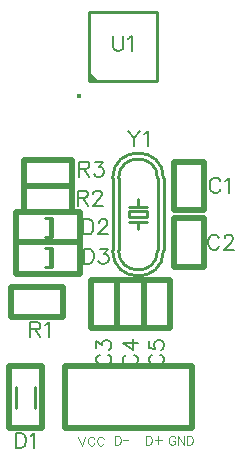
<source format=gbr>
G04 DipTrace 3.0.0.2*
G04 top_silk_gamepad2usb.gbr*
%MOMM*%
G04 #@! TF.FileFunction,Legend,Top*
G04 #@! TF.Part,Single*
%ADD10C,0.25*%
%ADD14C,0.5*%
%ADD18C,0.4*%
%ADD27O,0.41713X0.42016*%
%ADD58C,0.19608*%
%ADD59C,0.11765*%
%FSLAX35Y35*%
G04*
G71*
G90*
G75*
G01*
G04 TopSilk*
%LPD*%
X-1522717Y498260D2*
D10*
X-1652617D1*
Y422067D2*
X-1522717D1*
X-2237168Y-501970D2*
X-2367065D1*
X-2014895D2*
X-2144792D1*
X-1792621D2*
X-1922519D1*
X-2888937Y-1000827D2*
Y-1180860D1*
X-3048937Y-1000827D2*
Y-1180860D1*
D18*
X-2968937Y-825845D3*
X-2745527Y269367D2*
D10*
X-2805367D1*
X-2745527Y429207D2*
X-2805367D1*
X-2764359D2*
Y269367D1*
X-2745439Y429207D2*
Y269367D1*
X-2745527Y15340D2*
X-2805367D1*
X-2745527Y175180D2*
X-2805367D1*
X-2764359D2*
Y15340D1*
X-2745439Y175180D2*
Y15340D1*
X-2434152Y1590682D2*
X-1854109D1*
Y2170624D1*
X-2434152D1*
Y1590682D1*
D27*
X-2513185Y1459483D3*
G36*
X-2434152Y1590682D2*
X-2354160D1*
X-2434152Y1670674D1*
Y1590682D1*
G37*
X-2232237Y762091D2*
D10*
Y152456D1*
X-1800437Y762091D2*
Y152456D1*
X-2181457Y762091D2*
Y152456D1*
X-1851216D2*
Y762091D1*
X-1940124Y482683D2*
Y431863D1*
X-2092549D1*
Y482683D1*
X-1940124D1*
Y393748D2*
X-2016337D1*
X-2092549D1*
X-1940124Y520799D2*
X-2016337D1*
X-2092549D1*
X-2016337Y393748D2*
Y330223D1*
Y520799D2*
Y584324D1*
X-1800437Y762091D2*
G03X-2232237Y762091I-215900J-18D01*
G01*
Y152456D2*
G03X-1800437Y152456I215900J18D01*
G01*
X-1851216Y762091D2*
G03X-2181457Y762091I-165120J-58D01*
G01*
Y152456D2*
G03X-1851216Y152456I165120J58D01*
G01*
X-3111827Y-825587D2*
D14*
X-2826047D1*
Y-1349517D1*
X-3111827D1*
Y-825587D1*
X-2984733Y920847D2*
X-2571940D1*
Y698573D1*
X-2984733D1*
Y920847D1*
Y698573D2*
X-2571940D1*
Y476300D1*
X-2984733D1*
Y698573D1*
X-3048240Y476300D2*
X-2508433D1*
Y222273D1*
X-3048240D1*
Y476300D1*
Y222273D2*
X-2508433D1*
Y-47630D1*
X-3048240D1*
Y222273D1*
X-3095870Y-158767D2*
X-2651323D1*
Y-412793D1*
X-3095870D1*
Y-158767D1*
X-2413250Y-95260D2*
X-2190977D1*
Y-508050D1*
X-2413250D1*
Y-95260D1*
X-2190977D2*
X-1968703D1*
Y-508050D1*
X-2190977D1*
Y-95260D1*
X-1968703D2*
X-1746430D1*
Y-508050D1*
X-1968703D1*
Y-95260D1*
X-1714940Y428410D2*
X-1460913D1*
Y15617D1*
X-1714940D1*
Y428410D1*
Y904710D2*
X-1460913D1*
Y491917D1*
X-1714940D1*
Y904710D1*
X-2635473Y-825587D2*
X-1555860D1*
Y-1349517D1*
X-2635473D1*
Y-825587D1*
X-1318541Y738690D2*
D58*
X-1324578Y750763D1*
X-1336791Y762977D1*
X-1348865Y769013D1*
X-1373151D1*
X-1385365Y762977D1*
X-1397438Y750763D1*
X-1403615Y738690D1*
X-1409651Y720440D1*
Y689977D1*
X-1403615Y671867D1*
X-1397438Y659654D1*
X-1385365Y647581D1*
X-1373151Y641404D1*
X-1348865D1*
X-1336791Y647581D1*
X-1324578Y659654D1*
X-1318541Y671867D1*
X-1279326Y744586D2*
X-1267112Y750763D1*
X-1248862Y768873D1*
Y641404D1*
X-1329970Y254814D2*
X-1336006Y266887D1*
X-1348220Y279100D1*
X-1360293Y285137D1*
X-1384579D1*
X-1396793Y279100D1*
X-1408866Y266887D1*
X-1415043Y254814D1*
X-1421079Y236564D1*
Y206100D1*
X-1415043Y187990D1*
X-1408866Y175777D1*
X-1396793Y163704D1*
X-1384579Y157527D1*
X-1360293D1*
X-1348220Y163704D1*
X-1336006Y175777D1*
X-1329970Y187990D1*
X-1284577Y254673D2*
Y260710D1*
X-1278540Y272923D1*
X-1272504Y278960D1*
X-1260290Y284996D1*
X-1236004D1*
X-1223931Y278960D1*
X-1217894Y272923D1*
X-1211717Y260710D1*
Y248637D1*
X-1217894Y236423D1*
X-1229967Y218314D1*
X-1290754Y157527D1*
X-1205681D1*
X-2338932Y-728919D2*
X-2351005Y-734956D1*
X-2363218Y-747169D1*
X-2369255Y-759242D1*
Y-783529D1*
X-2363218Y-795742D1*
X-2351005Y-807815D1*
X-2338932Y-813992D1*
X-2320682Y-820029D1*
X-2290218D1*
X-2272109Y-813992D1*
X-2259895Y-807815D1*
X-2247822Y-795742D1*
X-2241645Y-783529D1*
Y-759243D1*
X-2247822Y-747169D1*
X-2259895Y-734956D1*
X-2272109Y-728919D1*
X-2369114Y-677490D2*
Y-610808D1*
X-2320541Y-647167D1*
Y-628917D1*
X-2314505Y-616844D1*
X-2308468Y-610808D1*
X-2290218Y-604631D1*
X-2278145D1*
X-2259895Y-610808D1*
X-2247682Y-622881D1*
X-2241645Y-641131D1*
Y-659381D1*
X-2247682Y-677490D1*
X-2253859Y-683527D1*
X-2265932Y-689704D1*
X-2116598Y-731894D2*
X-2128671Y-737931D1*
X-2140885Y-750144D1*
X-2146922Y-762217D1*
Y-786504D1*
X-2140885Y-798717D1*
X-2128672Y-810790D1*
X-2116599Y-816967D1*
X-2098349Y-823004D1*
X-2067885D1*
X-2049775Y-816967D1*
X-2037562Y-810790D1*
X-2025489Y-798717D1*
X-2019312Y-786504D1*
Y-762217D1*
X-2025489Y-750144D1*
X-2037562Y-737931D1*
X-2049775Y-731894D1*
X-2019312Y-631892D2*
X-2146781D1*
X-2061848Y-692679D1*
Y-601569D1*
X-1894385Y-728919D2*
X-1906458Y-734956D1*
X-1918672Y-747169D1*
X-1924708Y-759242D1*
Y-783529D1*
X-1918672Y-795742D1*
X-1906458Y-807815D1*
X-1894385Y-813992D1*
X-1876135Y-820029D1*
X-1845672D1*
X-1827562Y-813992D1*
X-1815349Y-807815D1*
X-1803275Y-795742D1*
X-1797099Y-783529D1*
Y-759243D1*
X-1803275Y-747169D1*
X-1815349Y-734956D1*
X-1827562Y-728919D1*
X-1924568Y-616844D2*
Y-677490D1*
X-1869958Y-683527D1*
X-1875995Y-677490D1*
X-1882172Y-659240D1*
Y-641131D1*
X-1875995Y-622881D1*
X-1863922Y-610667D1*
X-1845672Y-604631D1*
X-1833599D1*
X-1815349Y-610667D1*
X-1803135Y-622881D1*
X-1797099Y-641131D1*
Y-659240D1*
X-1803135Y-677490D1*
X-1809312Y-683527D1*
X-1821385Y-689704D1*
X-3049919Y-1391567D2*
Y-1519176D1*
X-3007383D1*
X-2989133Y-1512999D1*
X-2976919Y-1500926D1*
X-2970883Y-1488713D1*
X-2964846Y-1470603D1*
Y-1440140D1*
X-2970883Y-1421890D1*
X-2976919Y-1409817D1*
X-2989133Y-1397603D1*
X-3007383Y-1391567D1*
X-3049919D1*
X-2925631Y-1415994D2*
X-2913417Y-1409817D1*
X-2895167Y-1391707D1*
Y-1519176D1*
X-2479048Y417070D2*
Y289460D1*
X-2436511D1*
X-2418261Y295637D1*
X-2406048Y307710D1*
X-2400011Y319924D1*
X-2393975Y338033D1*
Y368497D1*
X-2400011Y386747D1*
X-2406048Y398820D1*
X-2418261Y411033D1*
X-2436511Y417070D1*
X-2479048D1*
X-2348582Y386606D2*
Y392643D1*
X-2342545Y404856D1*
X-2336509Y410893D1*
X-2324295Y416930D1*
X-2300009D1*
X-2287936Y410893D1*
X-2281899Y404856D1*
X-2275722Y392643D1*
Y380570D1*
X-2281899Y368356D1*
X-2293972Y350247D1*
X-2354759Y289460D1*
X-2269686D1*
X-2475781Y167620D2*
Y40010D1*
X-2433244D1*
X-2414994Y46187D1*
X-2402781Y58260D1*
X-2396744Y70474D1*
X-2390708Y88583D1*
Y119047D1*
X-2396744Y137297D1*
X-2402781Y149370D1*
X-2414994Y161583D1*
X-2433244Y167620D1*
X-2475781D1*
X-2339279Y167480D2*
X-2272596D1*
X-2308956Y118906D1*
X-2290706D1*
X-2278633Y112870D1*
X-2272596Y106833D1*
X-2266419Y88583D1*
Y76510D1*
X-2272596Y58260D1*
X-2284669Y46047D1*
X-2302919Y40010D1*
X-2321169D1*
X-2339279Y46047D1*
X-2345315Y52224D1*
X-2351492Y64297D1*
X-2927733Y-515987D2*
X-2873123D1*
X-2854873Y-509810D1*
X-2848696Y-503773D1*
X-2842660Y-491700D1*
Y-479487D1*
X-2848696Y-467414D1*
X-2854873Y-461237D1*
X-2873123Y-455200D1*
X-2927733D1*
Y-582810D1*
X-2885196Y-515987D2*
X-2842660Y-582810D1*
X-2803444Y-479627D2*
X-2791231Y-473450D1*
X-2772981Y-455340D1*
Y-582810D1*
X-2525081Y598463D2*
X-2470471D1*
X-2452221Y604640D1*
X-2446044Y610677D1*
X-2440008Y622750D1*
Y634963D1*
X-2446044Y647036D1*
X-2452221Y653213D1*
X-2470471Y659250D1*
X-2525081D1*
Y531640D1*
X-2482544Y598463D2*
X-2440008Y531640D1*
X-2394615Y628786D2*
Y634823D1*
X-2388579Y647036D1*
X-2382542Y653073D1*
X-2370329Y659110D1*
X-2346042D1*
X-2333969Y653073D1*
X-2327933Y647036D1*
X-2321756Y634823D1*
Y622750D1*
X-2327933Y610536D1*
X-2340006Y592427D1*
X-2400792Y531640D1*
X-2315719D1*
X-2514571Y842757D2*
X-2459961D1*
X-2441711Y848934D1*
X-2435534Y854970D1*
X-2429498Y867043D1*
Y879257D1*
X-2435534Y891330D1*
X-2441711Y897507D1*
X-2459961Y903543D1*
X-2514571D1*
Y775934D1*
X-2472034Y842757D2*
X-2429498Y775934D1*
X-2378069Y903403D2*
X-2311386D1*
X-2347746Y854830D1*
X-2329496D1*
X-2317423Y848793D1*
X-2311386Y842757D1*
X-2305209Y824507D1*
Y812434D1*
X-2311386Y794184D1*
X-2323459Y781970D1*
X-2341709Y775934D1*
X-2359959D1*
X-2378069Y781970D1*
X-2384105Y788147D1*
X-2390282Y800220D1*
X-2226506Y1968327D2*
Y1877217D1*
X-2220470Y1858967D1*
X-2208256Y1846894D1*
X-2190006Y1840717D1*
X-2177933D1*
X-2159683Y1846894D1*
X-2147470Y1858967D1*
X-2141433Y1877217D1*
Y1968327D1*
X-2102217Y1943900D2*
X-2090004Y1950077D1*
X-2071754Y1968186D1*
Y1840717D1*
X-2099749Y1163960D2*
X-2051176Y1103173D1*
Y1036350D1*
X-2002603Y1163960D2*
X-2051176Y1103173D1*
X-1963387Y1139533D2*
X-1951174Y1145710D1*
X-1932924Y1163820D1*
Y1036350D1*
X-2522878Y-1423242D2*
D59*
X-2493734Y-1499807D1*
X-2464590Y-1423242D1*
X-2386395Y-1441436D2*
X-2390017Y-1434192D1*
X-2397345Y-1426864D1*
X-2404589Y-1423242D1*
X-2419161D1*
X-2426489Y-1426864D1*
X-2433732Y-1434192D1*
X-2437439Y-1441436D1*
X-2441061Y-1452386D1*
Y-1470664D1*
X-2437439Y-1481529D1*
X-2433732Y-1488857D1*
X-2426489Y-1496101D1*
X-2419161Y-1499807D1*
X-2404589D1*
X-2397345Y-1496101D1*
X-2390017Y-1488857D1*
X-2386395Y-1481529D1*
X-2308200Y-1441436D2*
X-2311822Y-1434192D1*
X-2319150Y-1426864D1*
X-2326393Y-1423242D1*
X-2340965D1*
X-2348293Y-1426864D1*
X-2355537Y-1434192D1*
X-2359243Y-1441436D1*
X-2362865Y-1452386D1*
Y-1470664D1*
X-2359243Y-1481529D1*
X-2355537Y-1488857D1*
X-2348293Y-1496101D1*
X-2340965Y-1499807D1*
X-2326393D1*
X-2319150Y-1496101D1*
X-2311822Y-1488857D1*
X-2308200Y-1481529D1*
X-1951444Y-1417055D2*
Y-1493621D1*
X-1925922D1*
X-1914972Y-1489915D1*
X-1907644Y-1482671D1*
X-1904022Y-1475343D1*
X-1900400Y-1464477D1*
Y-1446199D1*
X-1904022Y-1435249D1*
X-1907644Y-1428005D1*
X-1914972Y-1420677D1*
X-1925922Y-1417055D1*
X-1951444D1*
X-1844105Y-1422572D2*
Y-1488188D1*
X-1876871Y-1455422D2*
X-1811255D1*
X-2215134Y-1417058D2*
Y-1493624D1*
X-2189612D1*
X-2178662Y-1489918D1*
X-2171334Y-1482674D1*
X-2167712Y-1475346D1*
X-2164090Y-1464480D1*
Y-1446202D1*
X-2167712Y-1435252D1*
X-2171334Y-1428008D1*
X-2178662Y-1420680D1*
X-2189612Y-1417058D1*
X-2215134D1*
X-2140561Y-1455383D2*
X-2098446D1*
X-1701612Y-1435296D2*
X-1705234Y-1428052D1*
X-1712562Y-1420724D1*
X-1719806Y-1417102D1*
X-1734378D1*
X-1741706Y-1420724D1*
X-1748950Y-1428052D1*
X-1752656Y-1435296D1*
X-1756278Y-1446246D1*
Y-1464524D1*
X-1752656Y-1475389D1*
X-1748950Y-1482717D1*
X-1741706Y-1489961D1*
X-1734378Y-1493667D1*
X-1719806D1*
X-1712562Y-1489961D1*
X-1705234Y-1482717D1*
X-1701612Y-1475389D1*
Y-1464524D1*
X-1719806D1*
X-1627039Y-1417102D2*
Y-1493667D1*
X-1678082Y-1417102D1*
Y-1493667D1*
X-1603509Y-1417102D2*
Y-1493667D1*
X-1577987D1*
X-1567037Y-1489961D1*
X-1559709Y-1482717D1*
X-1556087Y-1475389D1*
X-1552465Y-1464524D1*
Y-1446246D1*
X-1556087Y-1435296D1*
X-1559709Y-1428052D1*
X-1567037Y-1420724D1*
X-1577987Y-1417102D1*
X-1603509D1*
M02*

</source>
